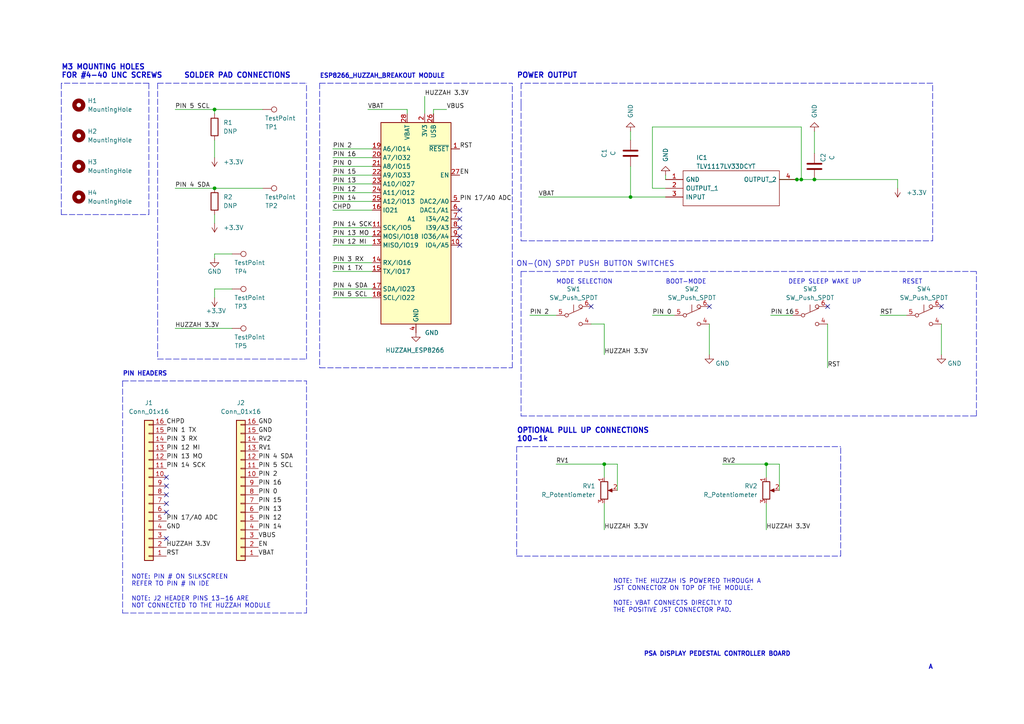
<source format=kicad_sch>
(kicad_sch (version 20211123) (generator eeschema)
  (paper "A4")
  (lib_symbols
    (symbol "Connector:TestPoint" (pin_numbers hide) (pin_names (offset 0.762) hide)
      (property "Reference" "TP" (at 0 6.858 0))
      (property "Value" "TestPoint" (at 0 5.08 0))
      (symbol "TestPoint_0_1"
        (circle (center 0 3.302) (radius 0.762))
      )
      (symbol "TestPoint_1_1"
        (pin passive line (at 0 0 90) (length 2.54) (name "1") (number "1"))
      )
    )
    (symbol "Connector_Generic:Conn_01x16" (pin_names (offset 1.016) hide)
      (property "Reference" "J" (at 0 20.32 0))
      (property "Value" "Conn_01x16" (at 0 -22.86 0))
      (symbol "Conn_01x16_1_1"
        (rectangle (start -1.27 -20.193) (end 0 -20.447) (stroke (width 0.1524)))
        (rectangle (start -1.27 -17.653) (end 0 -17.907) (stroke (width 0.1524)))
        (rectangle (start -1.27 -15.113) (end 0 -15.367) (stroke (width 0.1524)))
        (rectangle (start -1.27 -12.573) (end 0 -12.827) (stroke (width 0.1524)))
        (rectangle (start -1.27 -10.033) (end 0 -10.287) (stroke (width 0.1524)))
        (rectangle (start -1.27 -7.493) (end 0 -7.747) (stroke (width 0.1524)))
        (rectangle (start -1.27 -4.953) (end 0 -5.207) (stroke (width 0.1524)))
        (rectangle (start -1.27 -2.413) (end 0 -2.667) (stroke (width 0.1524)))
        (rectangle (start -1.27 0.127) (end 0 -0.127) (stroke (width 0.1524)))
        (rectangle (start -1.27 2.667) (end 0 2.413) (stroke (width 0.1524)))
        (rectangle (start -1.27 5.207) (end 0 4.953) (stroke (width 0.1524)))
        (rectangle (start -1.27 7.747) (end 0 7.493) (stroke (width 0.1524)))
        (rectangle (start -1.27 10.287) (end 0 10.033) (stroke (width 0.1524)))
        (rectangle (start -1.27 12.827) (end 0 12.573) (stroke (width 0.1524)))
        (rectangle (start -1.27 15.367) (end 0 15.113) (stroke (width 0.1524)))
        (rectangle (start -1.27 17.907) (end 0 17.653) (stroke (width 0.1524)))
        (rectangle (start -1.27 19.05) (end 1.27 -21.59) (stroke (width 0.254)) (fill (type background)))
        (pin passive line (at -5.08 17.78 0) (length 3.81) (name "Pin_1") (number "1"))
        (pin passive line (at -5.08 -5.08 0) (length 3.81) (name "Pin_10") (number "10"))
        (pin passive line (at -5.08 -7.62 0) (length 3.81) (name "Pin_11") (number "11"))
        (pin passive line (at -5.08 -10.16 0) (length 3.81) (name "Pin_12") (number "12"))
        (pin passive line (at -5.08 -12.7 0) (length 3.81) (name "Pin_13") (number "13"))
        (pin passive line (at -5.08 -15.24 0) (length 3.81) (name "Pin_14") (number "14"))
        (pin passive line (at -5.08 -17.78 0) (length 3.81) (name "Pin_15") (number "15"))
        (pin passive line (at -5.08 -20.32 0) (length 3.81) (name "Pin_16") (number "16"))
        (pin passive line (at -5.08 15.24 0) (length 3.81) (name "Pin_2") (number "2"))
        (pin passive line (at -5.08 12.7 0) (length 3.81) (name "Pin_3") (number "3"))
        (pin passive line (at -5.08 10.16 0) (length 3.81) (name "Pin_4") (number "4"))
        (pin passive line (at -5.08 7.62 0) (length 3.81) (name "Pin_5") (number "5"))
        (pin passive line (at -5.08 5.08 0) (length 3.81) (name "Pin_6") (number "6"))
        (pin passive line (at -5.08 2.54 0) (length 3.81) (name "Pin_7") (number "7"))
        (pin passive line (at -5.08 0 0) (length 3.81) (name "Pin_8") (number "8"))
        (pin passive line (at -5.08 -2.54 0) (length 3.81) (name "Pin_9") (number "9"))
      )
    )
    (symbol "Device:C" (pin_numbers hide) (pin_names (offset 0.254))
      (property "Reference" "C" (at 0.635 2.54 0))
      (property "Value" "C" (at 0.635 -2.54 0))
      (symbol "C_0_1"
        (polyline (pts (xy -2.032 -0.762) (xy 2.032 -0.762)) (stroke (width 0.508)))
        (polyline (pts (xy -2.032 0.762) (xy 2.032 0.762)) (stroke (width 0.508)))
      )
      (symbol "C_1_1"
        (pin passive line (at 0 3.81 270) (length 2.794) (name "~") (number "1"))
        (pin passive line (at 0 -3.81 90) (length 2.794) (name "~") (number "2"))
      )
    )
    (symbol "Device:R" (pin_numbers hide) (pin_names (offset 0))
      (property "Reference" "R" (at 2.032 0 90))
      (property "Value" "R" (at 0 0 90))
      (symbol "R_0_1"
        (rectangle (start -1.016 -2.54) (end 1.016 2.54) (stroke (width 0.254)))
      )
      (symbol "R_1_1"
        (pin passive line (at 0 3.81 270) (length 1.27) (name "~") (number "1"))
        (pin passive line (at 0 -3.81 90) (length 1.27) (name "~") (number "2"))
      )
    )
    (symbol "Device:R_Potentiometer" (pin_names (offset 1.016) hide)
      (property "Reference" "RV" (at -4.445 0 90))
      (property "Value" "R_Potentiometer" (at -2.54 0 90))
      (symbol "R_Potentiometer_0_1"
        (polyline (pts (xy 2.54 0) (xy 1.524 0)))
        (polyline (pts (xy 1.143 0) (xy 2.286 0.508) (xy 2.286 -0.508) (xy 1.143 0)) (fill (type outline)))
        (rectangle (start 1.016 2.54) (end -1.016 -2.54) (stroke (width 0.254)))
      )
      (symbol "R_Potentiometer_1_1"
        (pin passive line (at 0 3.81 270) (length 1.27) (name "1") (number "1"))
        (pin passive line (at 3.81 0 180) (length 1.27) (name "2") (number "2"))
        (pin passive line (at 0 -3.81 90) (length 1.27) (name "3") (number "3"))
      )
    )
    (symbol "Huzzah_lib_sch:Adafruit_Feather_HUZZAH32_ESP32"
      (property "Reference" "A" (at -10.16 29.21 0))
      (property "Value" "Adafruit_Feather_HUZZAH32_ESP32" (at 2.54 -31.75 0))
      (symbol "Adafruit_Feather_HUZZAH32_ESP32_0_1"
        (rectangle (start -10.16 27.94) (end 10.16 -30.48) (stroke (width 0.254)) (fill (type background)))
      )
      (symbol "Adafruit_Feather_HUZZAH32_ESP32_1_1"
        (pin input line (at 12.7 20.32 180) (length 2.54) (name "~{RESET}") (number "1"))
        (pin bidirectional line (at 12.7 -7.62 180) (length 2.54) (name "IO4/A5") (number "10"))
        (pin bidirectional line (at -12.7 -2.54 0) (length 2.54) (name "SCK/IO5") (number "11"))
        (pin bidirectional line (at -12.7 -5.08 0) (length 2.54) (name "MOSI/IO18") (number "12"))
        (pin bidirectional line (at -12.7 -7.62 0) (length 2.54) (name "MISO/IO19") (number "13"))
        (pin bidirectional line (at -12.7 -12.7 0) (length 2.54) (name "RX/IO16") (number "14"))
        (pin bidirectional line (at -12.7 -15.24 0) (length 2.54) (name "TX/IO17") (number "15"))
        (pin bidirectional line (at -12.7 2.54 0) (length 2.54) (name "IO21") (number "16"))
        (pin bidirectional line (at -12.7 -20.32 0) (length 2.54) (name "SDA/IO23") (number "17"))
        (pin bidirectional line (at -12.7 -22.86 0) (length 2.54) (name "SCL/IO22") (number "18"))
        (pin bidirectional line (at -12.7 20.32 0) (length 2.54) (name "A6/IO14") (number "19"))
        (pin power_in line (at 2.54 30.48 270) (length 2.54) (name "3V3") (number "2"))
        (pin bidirectional line (at -12.7 17.78 0) (length 2.54) (name "A7/IO32") (number "20"))
        (pin bidirectional line (at -12.7 15.24 0) (length 2.54) (name "A8/IO15") (number "21"))
        (pin bidirectional line (at -12.7 12.7 0) (length 2.54) (name "A9/IO33") (number "22"))
        (pin bidirectional line (at -12.7 10.16 0) (length 2.54) (name "A10/IO27") (number "23"))
        (pin bidirectional line (at -12.7 7.62 0) (length 2.54) (name "A11/IO12") (number "24"))
        (pin bidirectional line (at -12.7 5.08 0) (length 2.54) (name "A12/IO13") (number "25"))
        (pin power_in line (at 5.08 30.48 270) (length 2.54) (name "USB") (number "26"))
        (pin input line (at 12.7 12.7 180) (length 2.54) (name "EN") (number "27"))
        (pin power_in line (at -2.54 30.48 270) (length 2.54) (name "VBAT") (number "28"))
        (pin no_connect line (at 10.16 10.16 180) (length 2.54) hide (name "NC") (number "3"))
        (pin power_in line (at 0 -33.02 90) (length 2.54) (name "GND") (number "4"))
        (pin bidirectional line (at 12.7 5.08 180) (length 2.54) (name "DAC2/A0") (number "5"))
        (pin bidirectional line (at 12.7 2.54 180) (length 2.54) (name "DAC1/A1") (number "6"))
        (pin bidirectional line (at 12.7 0 180) (length 2.54) (name "I34/A2") (number "7"))
        (pin bidirectional line (at 12.7 -2.54 180) (length 2.54) (name "I39/A3") (number "8"))
        (pin bidirectional line (at 12.7 -5.08 180) (length 2.54) (name "IO36/A4") (number "9"))
      )
    )
    (symbol "Huzzah_lib_sch:TLV1117LV33DCYT" (pin_names (offset 0.762))
      (property "Reference" "IC" (at 34.29 7.62 0))
      (property "Value" "TLV1117LV33DCYT" (at 34.29 5.08 0))
      (symbol "TLV1117LV33DCYT_0_0"
        (pin passive line (at 0 0 0) (length 5.08) (name "GND") (number "1"))
        (pin passive line (at 0 -2.54 0) (length 5.08) (name "OUTPUT_1") (number "2"))
        (pin passive line (at 0 -5.08 0) (length 5.08) (name "INPUT") (number "3"))
        (pin passive line (at 38.1 0 180) (length 5.08) (name "OUTPUT_2") (number "4"))
      )
      (symbol "TLV1117LV33DCYT_0_1"
        (polyline (pts (xy 5.08 2.54) (xy 33.02 2.54) (xy 33.02 -7.62) (xy 5.08 -7.62) (xy 5.08 2.54)) (stroke (width 0.1524)))
      )
    )
    (symbol "Mechanical:MountingHole" (pin_names (offset 1.016))
      (property "Reference" "H" (at 0 5.08 0))
      (property "Value" "MountingHole" (at 0 3.175 0))
      (symbol "MountingHole_0_1"
        (circle (center 0 0) (radius 1.27) (stroke (width 1.27)))
      )
    )
    (symbol "SW_Push_SPDT_1" (pin_names (offset 0) hide)
      (property "Reference" "SW1" (at 0 7.62 0))
      (property "Value" "SW_Push_SPDT" (at 0 5.08 0))
      (symbol "SW_Push_SPDT_1_0_0"
        (circle (center -2.032 0) (radius 0.508))
        (polyline (pts (xy 0 1.016) (xy 0 3.048)))
        (circle (center 2.032 -2.54) (radius 0.508))
      )
      (symbol "SW_Push_SPDT_1_0_1"
        (polyline (pts (xy -1.524 0.254) (xy 2.54 2.032)))
        (circle (center 2.032 2.54) (radius 0.508))
      )
      (symbol "SW_Push_SPDT_1_1_1"
        (pin passive line (at 5.08 -2.54 180) (length 2.54) (name "C") (number "4"))
        (pin passive line (at -5.08 0 0) (length 2.54) (name "B") (number "5"))
        (pin passive line (at 5.08 2.54 180) (length 2.54) (name "A") (number "6"))
      )
    )
    (symbol "power:+3.3V" (power) (pin_names (offset 0))
      (property "Value" "+3.3V" (at 0 3.556 0))
      (symbol "+3.3V_0_1"
        (polyline (pts (xy -0.762 1.27) (xy 0 2.54)))
        (polyline (pts (xy 0 0) (xy 0 2.54)))
        (polyline (pts (xy 0 2.54) (xy 0.762 1.27)))
      )
      (symbol "+3.3V_1_1"
        (pin power_in line (at 0 0 90) (length 0) hide (name "+3.3V") (number "1"))
      )
    )
    (symbol "power:GND" (power) (pin_names (offset 0))
      (property "Value" "GND" (at 0 -3.81 0))
      (symbol "GND_0_1"
        (polyline (pts (xy 0 0) (xy 0 -1.27) (xy 1.27 -1.27) (xy 0 -2.54) (xy -1.27 -1.27) (xy 0 -1.27)))
      )
      (symbol "GND_1_1"
        (pin power_in line (at 0 0 270) (length 0) hide (name "GND") (number "1"))
      )
    )
  )
  (junction (at 62.23 31.75))
  (junction (at 175.26 134.62))
  (junction (at 222.25 134.62))
  (junction (at 232.41 52.07))
  (junction (at 62.23 54.61))
  (junction (at 236.22 52.07))
  (junction (at 231.14 52.07))
  (junction (at 182.88 57.15))
  (no_connect (at 48.26 138.43))
  (no_connect (at 48.26 140.97))
  (no_connect (at 48.26 156.21))
  (no_connect (at 205.74 88.9))
  (no_connect (at 240.03 88.9))
  (no_connect (at 171.45 88.9))
  (no_connect (at 133.35 60.96))
  (no_connect (at 133.35 71.12))
  (no_connect (at 133.35 63.5))
  (no_connect (at 133.35 68.58))
  (no_connect (at 133.35 66.04))
  (no_connect (at 273.05 88.9))
  (no_connect (at 48.26 143.51))
  (no_connect (at 48.26 148.59))
  (no_connect (at 48.26 146.05))
  (polyline (pts (xy 35.56 110.49) (xy 88.9 110.49)))
  (wire (pts (xy 231.14 52.07) (xy 232.41 52.07)))
  (wire (pts (xy 223.52 91.44) (xy 229.87 91.44)))
  (wire (pts (xy 96.52 68.58) (xy 107.95 68.58)))
  (wire (pts (xy 62.23 54.61) (xy 76.2 54.61)))
  (wire (pts (xy 255.27 91.44) (xy 262.89 91.44)))
  (wire (pts (xy 96.52 76.2) (xy 107.95 76.2)))
  (wire (pts (xy 222.25 146.05) (xy 222.25 153.67)))
  (wire (pts (xy 62.23 64.77) (xy 62.23 62.23)))
  (wire (pts (xy 50.8 31.75) (xy 62.23 31.75)))
  (wire (pts (xy 189.23 54.61) (xy 189.23 36.83)))
  (polyline (pts (xy 151.13 78.74) (xy 283.21 78.74)))
  (wire (pts (xy 175.26 93.98) (xy 171.45 93.98)))
  (wire (pts (xy 193.04 50.8) (xy 193.04 52.07)))
  (polyline (pts (xy 43.18 24.13) (xy 43.18 62.23)))
  (wire (pts (xy 62.23 40.64) (xy 62.23 45.72)))
  (wire (pts (xy 226.06 52.07) (xy 231.14 52.07)))
  (wire (pts (xy 96.52 45.72) (xy 107.95 45.72)))
  (polyline (pts (xy 151.13 78.74) (xy 151.13 120.65)))
  (wire (pts (xy 226.06 142.24) (xy 226.06 134.62)))
  (wire (pts (xy 67.31 83.82) (xy 62.23 83.82)))
  (wire (pts (xy 236.22 52.07) (xy 260.35 52.07)))
  (wire (pts (xy 96.52 60.96) (xy 107.95 60.96)))
  (wire (pts (xy 125.73 31.75) (xy 129.54 31.75)))
  (polyline (pts (xy 17.78 24.13) (xy 17.78 62.23)))
  (wire (pts (xy 189.23 91.44) (xy 195.58 91.44)))
  (wire (pts (xy 205.74 93.98) (xy 205.74 102.87)))
  (wire (pts (xy 232.41 36.83) (xy 232.41 52.07)))
  (wire (pts (xy 62.23 73.66) (xy 62.23 74.93)))
  (polyline (pts (xy 149.86 129.54) (xy 243.84 129.54)))
  (wire (pts (xy 236.22 38.1) (xy 236.22 44.45)))
  (wire (pts (xy 96.52 78.74) (xy 107.95 78.74)))
  (wire (pts (xy 118.11 31.75) (xy 118.11 33.02)))
  (wire (pts (xy 182.88 48.26) (xy 182.88 57.15)))
  (wire (pts (xy 182.88 38.1) (xy 182.88 40.64)))
  (wire (pts (xy 179.07 142.24) (xy 179.07 134.62)))
  (wire (pts (xy 62.23 31.75) (xy 62.23 33.02)))
  (polyline (pts (xy 45.72 24.13) (xy 45.72 104.14)))
  (polyline (pts (xy 151.13 30.48) (xy 151.13 69.85)))
  (wire (pts (xy 96.52 71.12) (xy 107.95 71.12)))
  (wire (pts (xy 96.52 58.42) (xy 107.95 58.42)))
  (wire (pts (xy 240.03 93.98) (xy 240.03 106.68)))
  (wire (pts (xy 62.23 31.75) (xy 76.2 31.75)))
  (wire (pts (xy 123.19 27.94) (xy 123.19 33.02)))
  (polyline (pts (xy 17.78 62.23) (xy 43.18 62.23)))
  (wire (pts (xy 50.8 95.25) (xy 67.31 95.25)))
  (wire (pts (xy 96.52 66.04) (xy 107.95 66.04)))
  (wire (pts (xy 161.29 134.62) (xy 175.26 134.62)))
  (polyline (pts (xy 92.71 24.13) (xy 92.71 106.68)))
  (wire (pts (xy 67.31 73.66) (xy 62.23 73.66)))
  (polyline (pts (xy 149.86 129.54) (xy 149.86 161.29)))
  (wire (pts (xy 260.35 54.61) (xy 260.35 52.07)))
  (wire (pts (xy 96.52 50.8) (xy 107.95 50.8)))
  (polyline (pts (xy 92.71 24.13) (xy 148.59 24.13)))
  (wire (pts (xy 62.23 83.82) (xy 62.23 86.36)))
  (polyline (pts (xy 151.13 120.65) (xy 283.21 120.65)))
  (wire (pts (xy 50.8 54.61) (xy 62.23 54.61)))
  (wire (pts (xy 106.68 31.75) (xy 118.11 31.75)))
  (polyline (pts (xy 43.18 24.13) (xy 17.78 24.13)))
  (polyline (pts (xy 283.21 120.65) (xy 283.21 78.74)))
  (polyline (pts (xy 270.51 24.13) (xy 151.13 24.13)))
  (polyline (pts (xy 148.59 106.68) (xy 148.59 24.13)))
  (wire (pts (xy 179.07 134.62) (xy 175.26 134.62)))
  (wire (pts (xy 96.52 48.26) (xy 107.95 48.26)))
  (polyline (pts (xy 149.86 161.29) (xy 243.84 161.29)))
  (polyline (pts (xy 92.71 106.68) (xy 148.59 106.68)))
  (wire (pts (xy 232.41 52.07) (xy 236.22 52.07)))
  (wire (pts (xy 153.67 91.44) (xy 161.29 91.44)))
  (wire (pts (xy 96.52 86.36) (xy 107.95 86.36)))
  (wire (pts (xy 209.55 134.62) (xy 222.25 134.62)))
  (wire (pts (xy 96.52 83.82) (xy 107.95 83.82)))
  (wire (pts (xy 175.26 93.98) (xy 175.26 102.87)))
  (polyline (pts (xy 35.56 110.49) (xy 35.56 177.8)))
  (polyline (pts (xy 151.13 69.85) (xy 270.51 69.85)))
  (polyline (pts (xy 45.72 24.13) (xy 88.9 24.13)))
  (wire (pts (xy 156.21 57.15) (xy 182.88 57.15)))
  (wire (pts (xy 189.23 36.83) (xy 232.41 36.83)))
  (polyline (pts (xy 270.51 69.85) (xy 270.51 24.13)))
  (wire (pts (xy 226.06 134.62) (xy 222.25 134.62)))
  (polyline (pts (xy 151.13 24.13) (xy 151.13 30.48)))
  (polyline (pts (xy 45.72 104.14) (xy 88.9 104.14)))
  (wire (pts (xy 96.52 55.88) (xy 107.95 55.88)))
  (wire (pts (xy 175.26 134.62) (xy 175.26 138.43)))
  (wire (pts (xy 182.88 57.15) (xy 193.04 57.15)))
  (polyline (pts (xy 88.9 177.8) (xy 88.9 110.49)))
  (wire (pts (xy 222.25 134.62) (xy 222.25 138.43)))
  (wire (pts (xy 193.04 54.61) (xy 189.23 54.61)))
  (polyline (pts (xy 243.84 161.29) (xy 243.84 129.54)))
  (wire (pts (xy 273.05 93.98) (xy 273.05 102.87)))
  (wire (pts (xy 96.52 53.34) (xy 107.95 53.34)))
  (wire (pts (xy 125.73 33.02) (xy 125.73 31.75)))
  (polyline (pts (xy 35.56 177.8) (xy 88.9 177.8)))
  (wire (pts (xy 96.52 43.18) (xy 107.95 43.18)))
  (polyline (pts (xy 88.9 104.14) (xy 88.9 24.13)))
  (wire (pts (xy 175.26 146.05) (xy 175.26 153.67)))
  (text "PSA DISPLAY PEDESTAL CONTROLLER BOARD" (at 186.69 190.5 0) (effects (font (size 1.27 1.27) bold) (justify left bottom)))
  (text "RESET" (at 261.62 82.55 0) (effects (font (size 1.27 1.27)) (justify left bottom)))
  (text "BOOT-MODE" (at 193.04 82.55 0) (effects (font (size 1.27 1.27)) (justify left bottom)))
  (text "SOLDER PAD CONNECTIONS" (at 53.34 22.86 0) (effects (font (size 1.5 1.5) (thickness 0.3) bold) (justify left bottom)))
  (text "POWER OUTPUT" (at 149.86 22.86 0) (effects (font (size 1.5 1.5) bold) (justify left bottom)))
  (text "OPTIONAL PULL UP CONNECTIONS\n100-1k " (at 149.86 128.27 0) (effects (font (size 1.5 1.5) (thickness 0.3) bold) (justify left bottom)))
  (text "MODE SELECTION" (at 161.29 82.55 0) (effects (font (size 1.27 1.27)) (justify left bottom)))
  (text "ESP8266_HUZZAH_BREAKOUT MODULE" (at 92.71 22.86 0) (effects (font (size 1.27 1.27) bold) (justify left bottom)))
  (text "NOTE: J2 HEADER PINS 13-16 ARE\nNOT CONNECTED TO THE HUZZAH MODULE" (at 38.1 176.53 0) (effects (font (size 1.27 1.27)) (justify left bottom)))
  (text "NOTE: PIN # ON SILKSCREEN\nREFER TO PIN # IN IDE" (at 38.1 170.18 0) (effects (font (size 1.27 1.27)) (justify left bottom)))
  (text "PIN HEADERS" (at 35.56 109.22 0) (effects (font (size 1.27 1.27) bold) (justify left bottom)))
  (text "NOTE: THE HUZZAH IS POWERED THROUGH A\nJST CONNECTOR ON TOP OF THE MODULE." (at 177.8 171.45 0) (effects (font (size 1.27 1.27)) (justify left bottom)))
  (text "DEEP SLEEP WAKE UP" (at 228.6 82.55 0) (effects (font (size 1.27 1.27)) (justify left bottom)))
  (text " ON-(ON) SPDT PUSH BUTTON SWITCHES" (at 148.59 77.47 0) (effects (font (size 1.5 1.5)) (justify left bottom)))
  (text "NOTE: VBAT CONNECTS DIRECTLY TO\nTHE POSITIVE JST CONNECTOR PAD." (at 177.8 177.8 0) (effects (font (size 1.27 1.27)) (justify left bottom)))
  (text "M3 MOUNTING HOLES\nFOR #4-40 UNC SCREWS" (at 17.78 22.86 0) (effects (font (size 1.5 1.5) bold) (justify left bottom)))
  (text "A" (at 269.24 194.31 0) (effects (font (size 1.27 1.27) bold) (justify left bottom)))
  (label "PIN 14" (at 74.93 153.67 0))
  (label "PIN 13" (at 74.93 148.59 0))
  (label "PIN 13" (at 96.52 53.34 0))
  (label "PIN 3 RX" (at 96.52 76.2 0))
  (label "PIN 3 RX" (at 48.26 128.27 0))
  (label "PIN 16" (at 223.52 91.44 0))
  (label "PIN 5 SCL" (at 74.93 135.89 0))
  (label "HUZZAH 3.3V" (at 175.26 153.67 0))
  (label "EN" (at 74.93 158.75 0))
  (label "PIN 5 SCL" (at 96.52 86.36 0))
  (label "PIN 5 SCL" (at 50.8 31.75 0))
  (label "PIN 12" (at 96.52 55.88 0))
  (label "CHPD" (at 48.26 123.19 0))
  (label "PIN 1 TX" (at 96.52 78.74 0))
  (label "PIN 2" (at 153.67 91.44 0))
  (label "HUZZAH 3.3V" (at 123.19 27.94 0))
  (label "HUZZAH 3.3V" (at 175.26 102.87 0))
  (label "PIN 17{slash}A0 ADC" (at 133.35 58.42 0))
  (label "RST" (at 240.03 106.68 0))
  (label "PIN 14" (at 96.52 58.42 0))
  (label "GND" (at 74.93 123.19 0))
  (label "PIN 4 SDA" (at 96.52 83.82 0))
  (label "VBAT" (at 156.21 57.15 0))
  (label "PIN 12 MI" (at 96.52 71.12 0))
  (label "GND" (at 48.26 153.67 0))
  (label "PIN 15" (at 74.93 146.05 0))
  (label "EN" (at 133.35 50.8 0))
  (label "RST" (at 48.26 161.29 0))
  (label "PIN 4 SDA" (at 74.93 133.35 0))
  (label "PIN 14 SCK" (at 48.26 135.89 0))
  (label "PIN 1 TX" (at 48.26 125.73 0))
  (label "PIN 4 SDA" (at 50.8 54.61 0))
  (label "VBAT" (at 106.68 31.75 0))
  (label "VBUS" (at 74.93 156.21 0))
  (label "HUZZAH 3.3V" (at 222.25 153.67 0))
  (label "RST" (at 133.35 43.18 0))
  (label "VBAT" (at 74.93 161.29 0))
  (label "PIN 12 MI" (at 48.26 130.81 0))
  (label "RV1" (at 161.29 134.62 0))
  (label "RST" (at 255.27 91.44 0))
  (label "CHPD" (at 96.52 60.96 0))
  (label "RV2" (at 74.93 128.27 0))
  (label "PIN 13 MO" (at 48.26 133.35 0))
  (label "PIN 2" (at 96.52 43.18 0))
  (label "PIN 12" (at 74.93 151.13 0))
  (label "GND" (at 74.93 125.73 0))
  (label "PIN 0" (at 96.52 48.26 0))
  (label "PIN 14 SCK" (at 96.52 66.04 0))
  (label "RV1" (at 74.93 130.81 0))
  (label "PIN 13 MO" (at 96.52 68.58 0))
  (label "PIN 0" (at 189.23 91.44 0))
  (label "PIN 15" (at 96.52 50.8 0))
  (label "PIN 2" (at 74.93 138.43 0))
  (label "HUZZAH 3.3V" (at 48.26 158.75 0))
  (label "PIN 0" (at 74.93 143.51 0))
  (label "HUZZAH 3.3V" (at 50.8 95.25 0))
  (label "VBUS" (at 129.54 31.75 0))
  (label "PIN 16" (at 96.52 45.72 0))
  (label "PIN 17{slash}A0 ADC" (at 48.26 151.13 0))
  (label "RV2" (at 209.55 134.62 0))
  (label "PIN 16" (at 74.93 140.97 0))
  (symbol (lib_id "Connector_Generic:Conn_01x16") (at 69.85 143.51 180) (unit 1)
    (property "Reference" "J2" (at 69.85 116.84 0))
    (property "Value" "Conn_01x16" (at 69.85 119.38 0))
    (property "Footprint" "Connector_PinHeader_2.54mm:PinHeader_1x16_P2.54mm_Vertical" (effects hide))
  )
  (symbol (lib_id "power:GND") (at 193.04 50.8 180) (unit 1)
    (property "Reference" "#PWR0104" (effects hide))
    (property "Value" "GND" (at 193.0399 46.99 90) (effects (justify right)))
  )
  (symbol (lib_id "Mechanical:MountingHole") (at 22.86 30.48 0) (unit 1)
    (property "Reference" "H1" (at 25.4 29.2099 0) (effects (justify left)))
    (property "Value" "MountingHole" (at 25.4 31.7499 0) (effects (justify left)))
    (property "Footprint" "MountingHole:MountingHole_3.2mm_M3" (effects hide))
  )
  (symbol (lib_id "Mechanical:MountingHole") (at 22.86 48.26 0) (unit 1)
    (property "Reference" "H3" (at 25.4 46.9899 0) (effects (justify left)))
    (property "Value" "MountingHole" (at 25.4 49.5299 0) (effects (justify left)))
    (property "Footprint" "MountingHole:MountingHole_3.2mm_M3" (effects hide))
  )
  (symbol (lib_id "power:+3.3V") (at 62.23 64.77 180) (unit 1)
    (property "Reference" "#PWR0109" (effects hide))
    (property "Value" "+3.3V" (at 64.77 66.0399 0) (effects (justify right)))
  )
  (symbol (lib_id "Connector:TestPoint") (at 67.31 95.25 270) (unit 1)
    (property "Reference" "TP5" (at 69.85 100.33 90))
    (property "Value" "TestPoint" (at 72.39 97.79 90))
    (property "Footprint" "Connector_Wire:SolderWirePad_1x01_SMD_5x10mm" (effects hide))
  )
  (symbol (lib_id "power:GND") (at 236.22 38.1 180) (unit 1)
    (property "Reference" "#PWR0108" (effects hide))
    (property "Value" "GND" (at 236.2199 34.29 90) (effects (justify right)))
  )
  (symbol (lib_id "Device:C") (at 236.22 48.26 180) (unit 1)
    (property "Reference" "C2" (at 238.76 45.72 90))
    (property "Value" "C" (at 241.3 45.72 90))
    (property "Footprint" "Capacitor_SMD:C_0805_2012Metric_Pad1.18x1.45mm_HandSolder" (effects hide))
  )
  (symbol (lib_id "Mechanical:MountingHole") (at 22.86 39.37 0) (unit 1)
    (property "Reference" "H2" (at 25.4 38.0999 0) (effects (justify left)))
    (property "Value" "MountingHole" (at 25.4 40.6399 0) (effects (justify left)))
    (property "Footprint" "MountingHole:MountingHole_3.2mm_M3" (effects hide))
  )
  (symbol (lib_id "Mechanical:MountingHole") (at 22.86 57.15 0) (unit 1)
    (property "Reference" "H4" (at 25.4 55.8799 0) (effects (justify left)))
    (property "Value" "MountingHole" (at 25.4 58.4199 0) (effects (justify left)))
    (property "Footprint" "MountingHole:MountingHole_3.2mm_M3" (effects hide))
  )
  (symbol (lib_id "Huzzah_lib_sch:TLV1117LV33DCYT") (at 193.04 52.07 0) (unit 1)
    (property "Reference" "IC1" (at 201.93 45.72 0) (effects (justify left)))
    (property "Value" "TLV1117LV33DCYT" (at 201.93 48.26 0) (effects (justify left)))
    (property "Footprint" "Huzzah_lib_fp:SOT230P700X180-4N" (effects hide))
    (property "Datasheet" "https://www.ti.com/lit/ds/symlink/tlv1117lv.pdf?ts=1619508067483&ref_url=https%253A%252F%252Fwww.ti.com%252Fstore%252Fti%252Fen%252Fp%252Fproduct%252F%253Fp%253DTLV1117LV12DCYT" (effects hide))
    (property "Description" "1-A, Positive Fixed Voltage, Low-Dropout Regulator" (effects hide))
    (property "Height" "1.8" (effects hide))
    (property "Mouser Part Number" "595-TLV1117LV33DCYT" (effects hide))
    (property "Mouser Price/Stock" "https://www.mouser.co.uk/ProductDetail/Texas-Instruments/TLV1117LV33DCYT?qs=tEz3BkPb1ry8fvdWR4Nyog%3D%3D" (effects hide))
    (property "Manufacturer_Name" "Texas Instruments" (effects hide))
    (property "Manufacturer_Part_Number" "TLV1117LV33DCYT" (effects hide))
  )
  (symbol (lib_id "Device:C") (at 182.88 44.45 0) (unit 1)
    (property "Reference" "C1" (at 175.26 44.45 90))
    (property "Value" "C" (at 177.8 44.45 90))
    (property "Footprint" "Capacitor_SMD:C_0805_2012Metric_Pad1.18x1.45mm_HandSolder" (effects hide))
  )
  (symbol (lib_id "power:+3.3V") (at 62.23 45.72 180) (unit 1)
    (property "Reference" "#PWR0110" (effects hide))
    (property "Value" "+3.3V" (at 64.77 46.9899 0) (effects (justify right)))
  )
  (symbol (lib_id "Connector_Generic:Conn_01x16") (at 43.18 143.51 180) (unit 1)
    (property "Reference" "J1" (at 43.18 116.84 0))
    (property "Value" "Conn_01x16" (at 43.18 119.38 0))
    (property "Footprint" "Connector_PinHeader_2.54mm:PinHeader_1x16_P2.54mm_Vertical" (effects hide))
  )
  (symbol (lib_id "Device:R_Potentiometer") (at 175.26 142.24 0) (unit 1)
    (property "Reference" "RV1" (at 172.72 140.9699 0) (effects (justify right)))
    (property "Value" "R_Potentiometer" (at 172.72 143.51 0) (effects (justify right)))
    (property "Footprint" "Huzzah_lib_fp:3352T1104LF" (effects hide))
  )
  (symbol (lib_id "power:GND") (at 120.65 96.52 0) (unit 1)
    (property "Reference" "#PWR0101" (effects hide))
    (property "Value" "GND" (at 123.19 96.52 0) (effects (justify left)))
  )
  (symbol (lib_name "SW_Push_SPDT_1") (lib_id "Switch:SW_Push_SPDT") (at 267.97 91.44 0) (unit 1)
    (property "Reference" "SW4" (at 267.97 83.82 0))
    (property "Value" "SW_Push_SPDT" (at 267.97 86.36 0))
    (property "Footprint" "Button_Switch_THT:SW_NKK_GW12LJP" (effects hide))
  )
  (symbol (lib_id "Device:R") (at 62.23 36.83 0) (unit 1)
    (property "Reference" "R1" (at 64.77 35.5599 0) (effects (justify left)))
    (property "Value" "DNP" (at 64.77 38.0999 0) (effects (justify left)))
    (property "Footprint" "Resistor_SMD:R_0805_2012Metric_Pad1.20x1.40mm_HandSolder" (effects hide))
  )
  (symbol (lib_id "power:GND") (at 182.88 38.1 180) (unit 1)
    (property "Reference" "#PWR0102" (effects hide))
    (property "Value" "GND" (at 182.8799 34.29 90) (effects (justify right)))
  )
  (symbol (lib_id "power:+3.3V") (at 260.35 54.61 180) (unit 1)
    (property "Reference" "#PWR0117" (effects hide))
    (property "Value" "+3.3V" (at 262.89 55.8799 0) (effects (justify right)))
  )
  (symbol (lib_id "power:GND") (at 273.05 102.87 0) (unit 1)
    (property "Reference" "#PWR0105" (effects hide))
    (property "Value" "GND" (at 276.86 105.41 0))
  )
  (symbol (lib_id "Connector:TestPoint") (at 67.31 83.82 270) (unit 1)
    (property "Reference" "TP3" (at 69.85 88.9 90))
    (property "Value" "TestPoint" (at 72.39 86.36 90))
    (property "Footprint" "Connector_Wire:SolderWirePad_1x01_SMD_5x10mm" (effects hide))
  )
  (symbol (lib_id "power:GND") (at 62.23 74.93 0) (unit 1)
    (property "Reference" "#PWR0106" (effects hide))
    (property "Value" "GND" (at 62.23 78.74 0))
  )
  (symbol (lib_id "Connector:TestPoint") (at 76.2 31.75 270) (unit 1)
    (property "Reference" "TP1" (at 78.74 36.83 90))
    (property "Value" "TestPoint" (at 81.28 34.29 90))
    (property "Footprint" "Connector_Wire:SolderWirePad_1x01_SMD_5x10mm" (effects hide))
  )
  (symbol (lib_id "Device:R_Potentiometer") (at 222.25 142.24 0) (unit 1)
    (property "Reference" "RV2" (at 219.71 140.9699 0) (effects (justify right)))
    (property "Value" "R_Potentiometer" (at 219.71 143.5099 0) (effects (justify right)))
    (property "Footprint" "Huzzah_lib_fp:3352T1104LF" (effects hide))
  )
  (symbol (lib_name "SW_Push_SPDT_1") (lib_id "Switch:SW_Push_SPDT") (at 166.37 91.44 0) (unit 1)
    (property "Reference" "SW1" (at 166.37 83.82 0))
    (property "Value" "SW_Push_SPDT" (at 166.37 86.36 0))
    (property "Footprint" "Button_Switch_THT:SW_NKK_GW12LJP" (effects hide))
  )
  (symbol (lib_id "Connector:TestPoint") (at 76.2 54.61 270) (unit 1)
    (property "Reference" "TP2" (at 78.74 59.69 90))
    (property "Value" "TestPoint" (at 81.28 57.15 90))
    (property "Footprint" "Connector_Wire:SolderWirePad_1x01_SMD_5x10mm" (effects hide))
  )
  (symbol (lib_id "Huzzah_lib_sch:Adafruit_Feather_HUZZAH32_ESP32") (at 120.65 63.5 0) (unit 1)
    (property "Reference" "A1" (at 118.11 63.5 0) (effects (justify left)))
    (property "Value" "HUZZAH_ESP8266" (at 111.76 101.6 0) (effects (justify left)))
    (property "Footprint" "Huzzah_lib_fp:Adafruit_Feather" (effects hide))
    (property "Datasheet" "https://cdn-learn.adafruit.com/downloads/pdf/adafruit-huzzah32-esp32-feather.pdf" (effects hide))
  )
  (symbol (lib_id "Connector:TestPoint") (at 67.31 73.66 270) (unit 1)
    (property "Reference" "TP4" (at 69.85 78.74 90))
    (property "Value" "TestPoint" (at 72.39 76.2 90))
    (property "Footprint" "Connector_Wire:SolderWirePad_1x01_SMD_5x10mm" (effects hide))
  )
  (symbol (lib_id "power:GND") (at 205.74 102.87 0) (unit 1)
    (property "Reference" "#PWR0112" (effects hide))
    (property "Value" "GND" (at 209.55 105.41 0))
  )
  (symbol (lib_name "SW_Push_SPDT_1") (lib_id "Switch:SW_Push_SPDT") (at 234.95 91.44 0) (unit 1)
    (property "Reference" "SW3" (at 234.95 83.82 0))
    (property "Value" "SW_Push_SPDT" (at 234.95 86.36 0))
    (property "Footprint" "Button_Switch_THT:SW_NKK_GW12LJP" (effects hide))
  )
  (symbol (lib_name "SW_Push_SPDT_1") (lib_id "Switch:SW_Push_SPDT") (at 200.66 91.44 0) (unit 1)
    (property "Reference" "SW2" (at 200.66 83.82 0))
    (property "Value" "SW_Push_SPDT" (at 200.66 86.36 0))
    (property "Footprint" "Button_Switch_THT:SW_NKK_GW12LJP" (effects hide))
  )
  (symbol (lib_id "power:+3.3V") (at 62.23 86.36 180) (unit 1)
    (property "Reference" "#PWR0107" (effects hide))
    (property "Value" "+3.3V" (at 59.69 90.17 0) (effects (justify right)))
  )
  (symbol (lib_id "Device:R") (at 62.23 58.42 0) (unit 1)
    (property "Reference" "R2" (at 64.77 57.1499 0) (effects (justify left)))
    (property "Value" "DNP" (at 64.77 59.6899 0) (effects (justify left)))
    (property "Footprint" "Resistor_SMD:R_0805_2012Metric_Pad1.20x1.40mm_HandSolder" (effects hide))
  )
)
</source>
